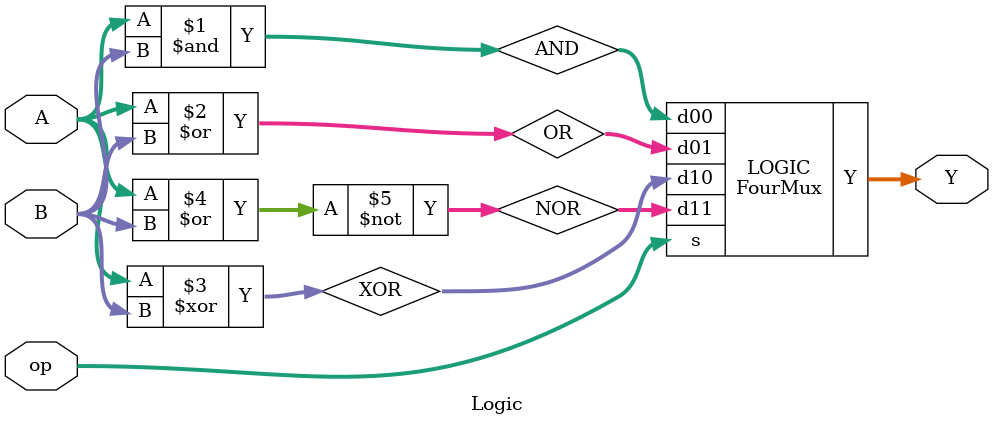
<source format=v>

module TwoMux #(parameter data = 32) (
    input s,
    input [data-1:0] d0, d1,
    output [data-1:0] Y
    );

    assign Y = s ? d1 : d0;
endmodule

/////////////////////////////////////////////////////////////////////////////////////////////////////////
/////////////////////////////////////////////////////////////////////////////////////////////////////////

module FourMux #(parameter data = 32) (
    input [1:0] s,
    input [data-1:0] d00, d01, d10, d11,
    output [data-1:0] Y
    );

    wire [data-1:0] s0Z, s1Z;
    TwoMux #(.data(data)) mux0Z (
        .s(s[0]),
        .d0(d00),
        .d1(d01),
        .Y(s0Z)
        );

    TwoMux #(.data(data)) mux1Z (
        .s(s[0]),
        .d0(d10),
        .d1(d11),
        .Y(s1Z)
        );

    TwoMux #(.data(data)) muxZZ (
        .s(s[1]),
        .d0(s0Z),
        .d1(s1Z),
        .Y(Y)
        );
endmodule

/////////////////////////////////////////////////////////////////////////////////////////////////////////
/////////////////////////////////////////////////////////////////////////////////////////////////////////

module Logic (
    input [1:0] op,
    input [31:0] A, B,
    output [31:0] Y
    );
    
    wire [31:0] AND, OR, XOR, NOR;

    assign AND = A & B;
    assign OR = A | B;
    assign XOR = A ^ B;
    assign NOR = ~(A | B);

    FourMux LOGIC (
        .s(op[1:0]),
        .d00(AND),
        .d01(OR),
        .d10(XOR),
        .d11(NOR),
        .Y(Y)
        );
endmodule

/////////////////////////////////////////////////////////////////////////////////////////////////////////

</source>
